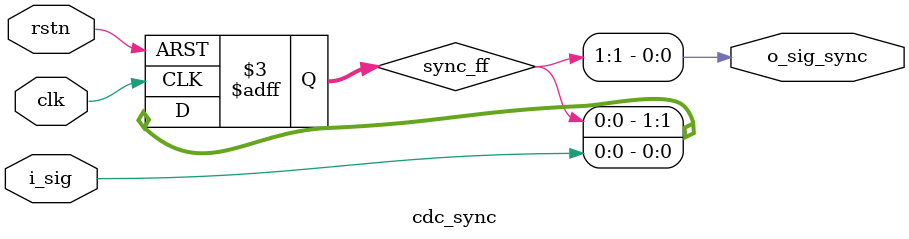
<source format=sv>
module cdc_sync #(
   
   // Configurable parameters   
   parameter STAGES = 2             // No. of flops in the sync chain, min. 2
)

(
   input  logic clk        ,        // Clock @ destination clock domain
   input  logic rstn       ,        // Reset @ destination clock domain; this may be omitted if targetting FPGAs
   input  logic i_sig      ,        // Input signal, asynchronous
   output logic o_sig_sync          // Output signal synchronized to clk
) ;

(* ASYNC_REG = "TRUE" *)
logic [STAGES-1: 0] sync_ff ;

// Synchronizing logic
always @(posedge clk or negedge rstn) begin   
   if (!rstn) begin
      sync_ff <= '0 ;
   end
   else begin
      sync_ff <= {sync_ff [STAGES-2 : 0], i_sig} ;     
   end
end

// Synchronized signal
assign o_sig_sync = sync_ff [STAGES-1] ;

endmodule
</source>
